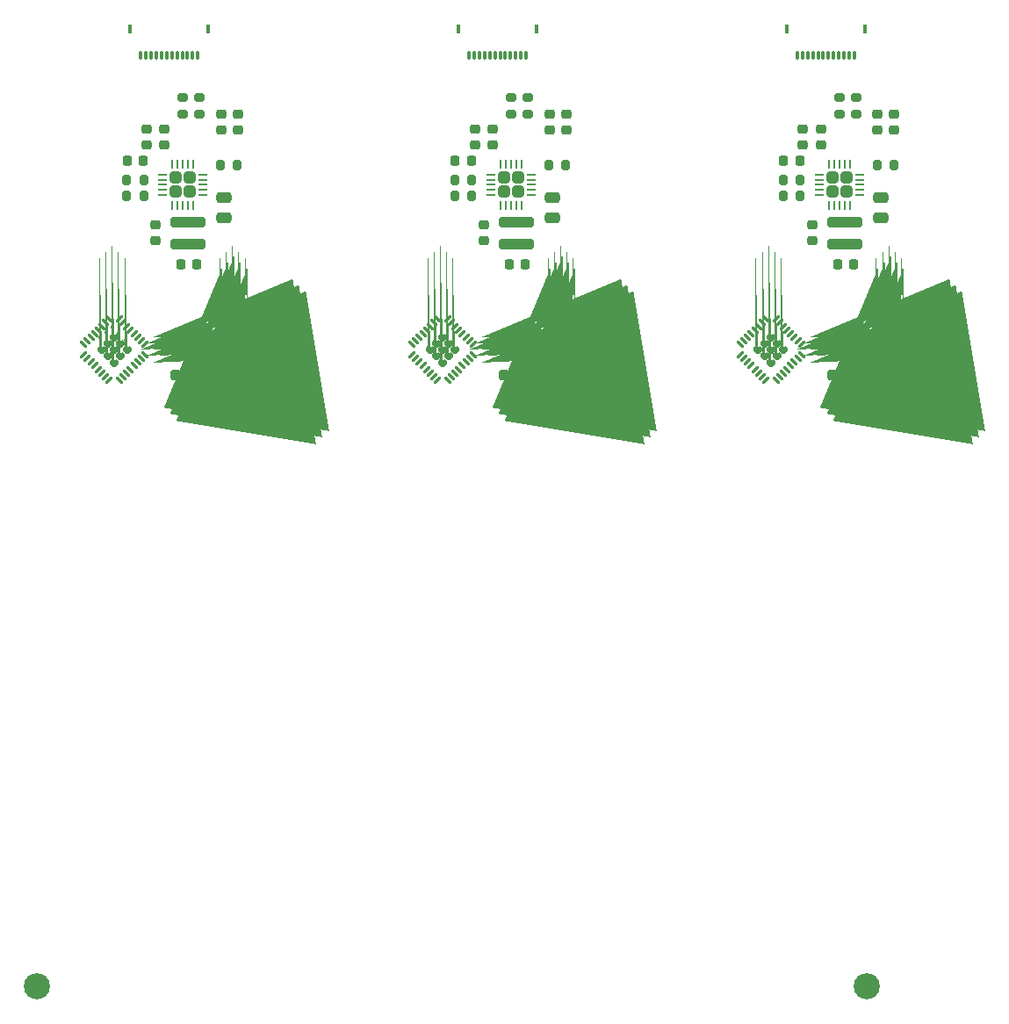
<source format=gbr>
%TF.GenerationSoftware,KiCad,Pcbnew,7.0.5*%
%TF.CreationDate,2023-08-02T13:00:21+02:00*%
%TF.ProjectId,actuator_panel,61637475-6174-46f7-925f-70616e656c2e,rev?*%
%TF.SameCoordinates,Original*%
%TF.FileFunction,Paste,Top*%
%TF.FilePolarity,Positive*%
%FSLAX46Y46*%
G04 Gerber Fmt 4.6, Leading zero omitted, Abs format (unit mm)*
G04 Created by KiCad (PCBNEW 7.0.5) date 2023-08-02 13:00:21*
%MOMM*%
%LPD*%
G01*
G04 APERTURE LIST*
G04 Aperture macros list*
%AMRoundRect*
0 Rectangle with rounded corners*
0 $1 Rounding radius*
0 $2 $3 $4 $5 $6 $7 $8 $9 X,Y pos of 4 corners*
0 Add a 4 corners polygon primitive as box body*
4,1,4,$2,$3,$4,$5,$6,$7,$8,$9,$2,$3,0*
0 Add four circle primitives for the rounded corners*
1,1,$1+$1,$2,$3*
1,1,$1+$1,$4,$5*
1,1,$1+$1,$6,$7*
1,1,$1+$1,$8,$9*
0 Add four rect primitives between the rounded corners*
20,1,$1+$1,$2,$3,$4,$5,0*
20,1,$1+$1,$4,$5,$6,$7,0*
20,1,$1+$1,$6,$7,$8,$9,0*
20,1,$1+$1,$8,$9,$2,$3,0*%
%AMFreePoly0*
4,1,57,0.170010,0.379889,0.174629,0.380220,0.177101,0.378870,0.183556,0.377942,0.210425,0.360674,0.238454,0.345370,0.345370,0.238454,0.359181,0.220003,0.362682,0.216970,0.363476,0.214266,0.367383,0.209048,0.374171,0.177841,0.383170,0.147196,0.383170,-0.147196,0.379889,-0.170010,0.380220,-0.174629,0.378870,-0.177101,0.377942,-0.183556,0.360674,-0.210425,0.345370,-0.238454,
0.238454,-0.345370,0.220003,-0.359181,0.216970,-0.362682,0.214266,-0.363476,0.209048,-0.367383,0.177841,-0.374171,0.147196,-0.383170,-0.147196,-0.383170,-0.170010,-0.379889,-0.174629,-0.380220,-0.177101,-0.378870,-0.183556,-0.377942,-0.210425,-0.360674,-0.238454,-0.345370,-0.345370,-0.238454,-0.359181,-0.220003,-0.362682,-0.216970,-0.363476,-0.214266,-0.367383,-0.209048,-0.374171,-0.177841,
-0.383170,-0.147196,-0.383170,0.147196,-0.379889,0.170010,-0.380220,0.174629,-0.378870,0.177101,-0.377942,0.183556,-0.360674,0.210425,-0.345370,0.238454,-0.238454,0.345370,-0.220003,0.359181,-0.216970,0.362682,-0.214266,0.363476,-0.209048,0.367383,-0.177841,0.374171,-0.147196,0.383170,0.147196,0.383170,0.170010,0.379889,0.170010,0.379889,$1*%
G04 Aperture macros list end*
%ADD10RoundRect,0.200000X-0.200000X-0.275000X0.200000X-0.275000X0.200000X0.275000X-0.200000X0.275000X0*%
%ADD11RoundRect,0.250000X-0.315000X-0.315000X0.315000X-0.315000X0.315000X0.315000X-0.315000X0.315000X0*%
%ADD12RoundRect,0.062500X-0.350000X-0.062500X0.350000X-0.062500X0.350000X0.062500X-0.350000X0.062500X0*%
%ADD13RoundRect,0.062500X-0.062500X-0.350000X0.062500X-0.350000X0.062500X0.350000X-0.062500X0.350000X0*%
%ADD14RoundRect,0.200000X-0.275000X0.200000X-0.275000X-0.200000X0.275000X-0.200000X0.275000X0.200000X0*%
%ADD15RoundRect,0.250000X-1.450000X0.250000X-1.450000X-0.250000X1.450000X-0.250000X1.450000X0.250000X0*%
%ADD16RoundRect,0.225000X0.250000X-0.225000X0.250000X0.225000X-0.250000X0.225000X-0.250000X-0.225000X0*%
%ADD17FreePoly0,45.000000*%
%ADD18RoundRect,0.062500X-0.220971X-0.309359X0.309359X0.220971X0.220971X0.309359X-0.309359X-0.220971X0*%
%ADD19RoundRect,0.062500X0.220971X-0.309359X0.309359X-0.220971X-0.220971X0.309359X-0.309359X0.220971X0*%
%ADD20RoundRect,0.100000X0.100000X0.300000X-0.100000X0.300000X-0.100000X-0.300000X0.100000X-0.300000X0*%
%ADD21RoundRect,0.025000X0.075000X0.325000X-0.075000X0.325000X-0.075000X-0.325000X0.075000X-0.325000X0*%
%ADD22RoundRect,0.075000X0.125000X0.375000X-0.125000X0.375000X-0.125000X-0.375000X0.125000X-0.375000X0*%
%ADD23RoundRect,0.195000X0.300000X-0.300000X0.300000X0.300000X-0.300000X0.300000X-0.300000X-0.300000X0*%
%ADD24RoundRect,0.200000X0.275000X-0.200000X0.275000X0.200000X-0.275000X0.200000X-0.275000X-0.200000X0*%
%ADD25RoundRect,0.225000X-0.225000X-0.250000X0.225000X-0.250000X0.225000X0.250000X-0.225000X0.250000X0*%
%ADD26RoundRect,0.250000X-0.475000X0.250000X-0.475000X-0.250000X0.475000X-0.250000X0.475000X0.250000X0*%
%ADD27FreePoly0,135.000000*%
%ADD28RoundRect,0.062500X0.309359X-0.220971X-0.220971X0.309359X-0.309359X0.220971X0.220971X-0.309359X0*%
%ADD29RoundRect,0.062500X0.309359X0.220971X0.220971X0.309359X-0.309359X-0.220971X-0.220971X-0.309359X0*%
%ADD30RoundRect,0.225000X0.225000X0.250000X-0.225000X0.250000X-0.225000X-0.250000X0.225000X-0.250000X0*%
%ADD31C,2.510000*%
G04 APERTURE END LIST*
D10*
%TO.C,R3*%
X152850000Y-43300000D03*
X154500000Y-43300000D03*
%TD*%
%TO.C,R2*%
X143800000Y-44700000D03*
X145450000Y-44700000D03*
%TD*%
D11*
%TO.C,U3*%
X180200000Y-44525000D03*
X180200000Y-45875000D03*
X181550000Y-44525000D03*
X181550000Y-45875000D03*
D12*
X178912500Y-44200000D03*
X178912500Y-44700000D03*
X178912500Y-45200000D03*
X178912500Y-45700000D03*
X178912500Y-46200000D03*
D13*
X179875000Y-47162500D03*
X180375000Y-47162500D03*
X180875000Y-47162500D03*
X181375000Y-47162500D03*
X181875000Y-47162500D03*
D12*
X182837500Y-46200000D03*
X182837500Y-45700000D03*
X182837500Y-45200000D03*
X182837500Y-44700000D03*
X182837500Y-44200000D03*
D13*
X181875000Y-43237500D03*
X181375000Y-43237500D03*
X180875000Y-43237500D03*
X180375000Y-43237500D03*
X179875000Y-43237500D03*
%TD*%
D10*
%TO.C,R2*%
X112150000Y-44700000D03*
X113800000Y-44700000D03*
%TD*%
D14*
%TO.C,R4*%
X180875000Y-36775000D03*
X180875000Y-38425000D03*
%TD*%
%TO.C,R4*%
X117575000Y-36775000D03*
X117575000Y-38425000D03*
%TD*%
D10*
%TO.C,R2*%
X175450000Y-44700000D03*
X177100000Y-44700000D03*
%TD*%
%TO.C,R3*%
X121200000Y-43300000D03*
X122850000Y-43300000D03*
%TD*%
D15*
%TO.C,L1*%
X149725000Y-48800000D03*
X149725000Y-50900000D03*
%TD*%
D16*
%TO.C,C2*%
X114075000Y-41375000D03*
X114075000Y-39825000D03*
%TD*%
D15*
%TO.C,L1*%
X181375000Y-48800000D03*
X181375000Y-50900000D03*
%TD*%
D17*
%TO.C,U1*%
X173049348Y-61100000D03*
X173662174Y-61712826D03*
X174275000Y-62325652D03*
X173662174Y-60487174D03*
X174275000Y-61100000D03*
X174887826Y-61712826D03*
X174275000Y-59874348D03*
X174887826Y-60487174D03*
X175500652Y-61100000D03*
D18*
X171313990Y-61586136D03*
X171667544Y-61939689D03*
X172021097Y-62293243D03*
X172374651Y-62646796D03*
X172728204Y-63000349D03*
X173081757Y-63353903D03*
X173435311Y-63707456D03*
X173788864Y-64061010D03*
D19*
X174761136Y-64061010D03*
X175114689Y-63707456D03*
X175468243Y-63353903D03*
X175821796Y-63000349D03*
X176175349Y-62646796D03*
X176528903Y-62293243D03*
X176882456Y-61939689D03*
X177236010Y-61586136D03*
D18*
X177236010Y-60613864D03*
X176882456Y-60260311D03*
X176528903Y-59906757D03*
X176175349Y-59553204D03*
X175821796Y-59199651D03*
X175468243Y-58846097D03*
X175114689Y-58492544D03*
X174761136Y-58138990D03*
D19*
X173788864Y-58138990D03*
X173435311Y-58492544D03*
X173081757Y-58846097D03*
X172728204Y-59199651D03*
X172374651Y-59553204D03*
X172021097Y-59906757D03*
X171667544Y-60260311D03*
X171313990Y-60613864D03*
%TD*%
D20*
%TO.C,J1*%
X182325000Y-32700000D03*
X181825000Y-32700000D03*
X181325000Y-32700000D03*
X180825000Y-32700000D03*
X180325000Y-32700000D03*
X179825000Y-32700000D03*
X179325000Y-32700000D03*
X178825000Y-32700000D03*
X178325000Y-32700000D03*
X177825000Y-32700000D03*
X177325000Y-32700000D03*
X176825000Y-32700000D03*
D21*
X176825000Y-32700000D03*
X177325000Y-32700000D03*
X177825000Y-32700000D03*
X178325000Y-32700000D03*
X178825000Y-32700000D03*
X179325000Y-32700000D03*
X179825000Y-32700000D03*
X180325000Y-32700000D03*
X180825000Y-32700000D03*
X181325000Y-32700000D03*
X181825000Y-32700000D03*
D22*
X183325000Y-30200000D03*
X175825000Y-30200000D03*
%TD*%
D23*
%TO.C,D1*%
X148525000Y-63500000D03*
X148525000Y-60700000D03*
%TD*%
D10*
%TO.C,R1*%
X112150000Y-46300000D03*
X113800000Y-46300000D03*
%TD*%
D24*
%TO.C,R5*%
X119175000Y-38425000D03*
X119175000Y-36775000D03*
%TD*%
D25*
%TO.C,C8*%
X149050000Y-52900000D03*
X150600000Y-52900000D03*
%TD*%
D20*
%TO.C,J1*%
X150675000Y-32700000D03*
X150175000Y-32700000D03*
X149675000Y-32700000D03*
X149175000Y-32700000D03*
X148675000Y-32700000D03*
X148175000Y-32700000D03*
X147675000Y-32700000D03*
X147175000Y-32700000D03*
X146675000Y-32700000D03*
X146175000Y-32700000D03*
X145675000Y-32700000D03*
X145175000Y-32700000D03*
D21*
X145175000Y-32700000D03*
X145675000Y-32700000D03*
X146175000Y-32700000D03*
X146675000Y-32700000D03*
X147175000Y-32700000D03*
X147675000Y-32700000D03*
X148175000Y-32700000D03*
X148675000Y-32700000D03*
X149175000Y-32700000D03*
X149675000Y-32700000D03*
X150175000Y-32700000D03*
D22*
X151675000Y-30200000D03*
X144175000Y-30200000D03*
%TD*%
D26*
%TO.C,C4*%
X184875000Y-46450000D03*
X184875000Y-48350000D03*
%TD*%
D16*
%TO.C,C2*%
X177375000Y-41375000D03*
X177375000Y-39825000D03*
%TD*%
D27*
%TO.C,U2*%
X185875000Y-62325652D03*
X186487826Y-61712826D03*
X187100652Y-61100000D03*
X185262174Y-61712826D03*
X185875000Y-61100000D03*
X186487826Y-60487174D03*
X184649348Y-61100000D03*
X185262174Y-60487174D03*
X185875000Y-59874348D03*
D28*
X186361136Y-64061010D03*
X186714689Y-63707456D03*
X187068243Y-63353903D03*
X187421796Y-63000349D03*
X187775349Y-62646796D03*
X188128903Y-62293243D03*
X188482456Y-61939689D03*
X188836010Y-61586136D03*
D29*
X188836010Y-60613864D03*
X188482456Y-60260311D03*
X188128903Y-59906757D03*
X187775349Y-59553204D03*
X187421796Y-59199651D03*
X187068243Y-58846097D03*
X186714689Y-58492544D03*
X186361136Y-58138990D03*
D28*
X185388864Y-58138990D03*
X185035311Y-58492544D03*
X184681757Y-58846097D03*
X184328204Y-59199651D03*
X183974651Y-59553204D03*
X183621097Y-59906757D03*
X183267544Y-60260311D03*
X182913990Y-60613864D03*
D29*
X182913990Y-61586136D03*
X183267544Y-61939689D03*
X183621097Y-62293243D03*
X183974651Y-62646796D03*
X184328204Y-63000349D03*
X184681757Y-63353903D03*
X185035311Y-63707456D03*
X185388864Y-64061010D03*
%TD*%
D16*
%TO.C,C6*%
X121275000Y-39925000D03*
X121275000Y-38375000D03*
%TD*%
%TO.C,C2*%
X145725000Y-41375000D03*
X145725000Y-39825000D03*
%TD*%
D11*
%TO.C,U3*%
X116900000Y-44525000D03*
X116900000Y-45875000D03*
X118250000Y-44525000D03*
X118250000Y-45875000D03*
D12*
X115612500Y-44200000D03*
X115612500Y-44700000D03*
X115612500Y-45200000D03*
X115612500Y-45700000D03*
X115612500Y-46200000D03*
D13*
X116575000Y-47162500D03*
X117075000Y-47162500D03*
X117575000Y-47162500D03*
X118075000Y-47162500D03*
X118575000Y-47162500D03*
D12*
X119537500Y-46200000D03*
X119537500Y-45700000D03*
X119537500Y-45200000D03*
X119537500Y-44700000D03*
X119537500Y-44200000D03*
D13*
X118575000Y-43237500D03*
X118075000Y-43237500D03*
X117575000Y-43237500D03*
X117075000Y-43237500D03*
X116575000Y-43237500D03*
%TD*%
D11*
%TO.C,U3*%
X148550000Y-44525000D03*
X148550000Y-45875000D03*
X149900000Y-44525000D03*
X149900000Y-45875000D03*
D12*
X147262500Y-44200000D03*
X147262500Y-44700000D03*
X147262500Y-45200000D03*
X147262500Y-45700000D03*
X147262500Y-46200000D03*
D13*
X148225000Y-47162500D03*
X148725000Y-47162500D03*
X149225000Y-47162500D03*
X149725000Y-47162500D03*
X150225000Y-47162500D03*
D12*
X151187500Y-46200000D03*
X151187500Y-45700000D03*
X151187500Y-45200000D03*
X151187500Y-44700000D03*
X151187500Y-44200000D03*
D13*
X150225000Y-43237500D03*
X149725000Y-43237500D03*
X149225000Y-43237500D03*
X148725000Y-43237500D03*
X148225000Y-43237500D03*
%TD*%
D23*
%TO.C,D1*%
X180175000Y-63500000D03*
X180175000Y-60700000D03*
%TD*%
D30*
%TO.C,C1*%
X145400000Y-42900000D03*
X143850000Y-42900000D03*
%TD*%
D16*
%TO.C,C7*%
X122875000Y-39925000D03*
X122875000Y-38375000D03*
%TD*%
D27*
%TO.C,U2*%
X122575000Y-62325652D03*
X123187826Y-61712826D03*
X123800652Y-61100000D03*
X121962174Y-61712826D03*
X122575000Y-61100000D03*
X123187826Y-60487174D03*
X121349348Y-61100000D03*
X121962174Y-60487174D03*
X122575000Y-59874348D03*
D28*
X123061136Y-64061010D03*
X123414689Y-63707456D03*
X123768243Y-63353903D03*
X124121796Y-63000349D03*
X124475349Y-62646796D03*
X124828903Y-62293243D03*
X125182456Y-61939689D03*
X125536010Y-61586136D03*
D29*
X125536010Y-60613864D03*
X125182456Y-60260311D03*
X124828903Y-59906757D03*
X124475349Y-59553204D03*
X124121796Y-59199651D03*
X123768243Y-58846097D03*
X123414689Y-58492544D03*
X123061136Y-58138990D03*
D28*
X122088864Y-58138990D03*
X121735311Y-58492544D03*
X121381757Y-58846097D03*
X121028204Y-59199651D03*
X120674651Y-59553204D03*
X120321097Y-59906757D03*
X119967544Y-60260311D03*
X119613990Y-60613864D03*
D29*
X119613990Y-61586136D03*
X119967544Y-61939689D03*
X120321097Y-62293243D03*
X120674651Y-62646796D03*
X121028204Y-63000349D03*
X121381757Y-63353903D03*
X121735311Y-63707456D03*
X122088864Y-64061010D03*
%TD*%
D23*
%TO.C,D1*%
X116875000Y-63500000D03*
X116875000Y-60700000D03*
%TD*%
D10*
%TO.C,R1*%
X143800000Y-46300000D03*
X145450000Y-46300000D03*
%TD*%
%TO.C,R1*%
X175450000Y-46300000D03*
X177100000Y-46300000D03*
%TD*%
D20*
%TO.C,J1*%
X119025000Y-32700000D03*
X118525000Y-32700000D03*
X118025000Y-32700000D03*
X117525000Y-32700000D03*
X117025000Y-32700000D03*
X116525000Y-32700000D03*
X116025000Y-32700000D03*
X115525000Y-32700000D03*
X115025000Y-32700000D03*
X114525000Y-32700000D03*
X114025000Y-32700000D03*
X113525000Y-32700000D03*
D21*
X113525000Y-32700000D03*
X114025000Y-32700000D03*
X114525000Y-32700000D03*
X115025000Y-32700000D03*
X115525000Y-32700000D03*
X116025000Y-32700000D03*
X116525000Y-32700000D03*
X117025000Y-32700000D03*
X117525000Y-32700000D03*
X118025000Y-32700000D03*
X118525000Y-32700000D03*
D22*
X120025000Y-30200000D03*
X112525000Y-30200000D03*
%TD*%
D16*
%TO.C,C6*%
X184575000Y-39925000D03*
X184575000Y-38375000D03*
%TD*%
D31*
%TO.C,REF\u002A\u002A*%
X183525000Y-122500000D03*
%TD*%
D17*
%TO.C,U1*%
X109749348Y-61100000D03*
X110362174Y-61712826D03*
X110975000Y-62325652D03*
X110362174Y-60487174D03*
X110975000Y-61100000D03*
X111587826Y-61712826D03*
X110975000Y-59874348D03*
X111587826Y-60487174D03*
X112200652Y-61100000D03*
D18*
X108013990Y-61586136D03*
X108367544Y-61939689D03*
X108721097Y-62293243D03*
X109074651Y-62646796D03*
X109428204Y-63000349D03*
X109781757Y-63353903D03*
X110135311Y-63707456D03*
X110488864Y-64061010D03*
D19*
X111461136Y-64061010D03*
X111814689Y-63707456D03*
X112168243Y-63353903D03*
X112521796Y-63000349D03*
X112875349Y-62646796D03*
X113228903Y-62293243D03*
X113582456Y-61939689D03*
X113936010Y-61586136D03*
D18*
X113936010Y-60613864D03*
X113582456Y-60260311D03*
X113228903Y-59906757D03*
X112875349Y-59553204D03*
X112521796Y-59199651D03*
X112168243Y-58846097D03*
X111814689Y-58492544D03*
X111461136Y-58138990D03*
D19*
X110488864Y-58138990D03*
X110135311Y-58492544D03*
X109781757Y-58846097D03*
X109428204Y-59199651D03*
X109074651Y-59553204D03*
X108721097Y-59906757D03*
X108367544Y-60260311D03*
X108013990Y-60613864D03*
%TD*%
D24*
%TO.C,R5*%
X150825000Y-38425000D03*
X150825000Y-36775000D03*
%TD*%
D14*
%TO.C,R4*%
X149225000Y-36775000D03*
X149225000Y-38425000D03*
%TD*%
D17*
%TO.C,U1*%
X141399348Y-61100000D03*
X142012174Y-61712826D03*
X142625000Y-62325652D03*
X142012174Y-60487174D03*
X142625000Y-61100000D03*
X143237826Y-61712826D03*
X142625000Y-59874348D03*
X143237826Y-60487174D03*
X143850652Y-61100000D03*
D18*
X139663990Y-61586136D03*
X140017544Y-61939689D03*
X140371097Y-62293243D03*
X140724651Y-62646796D03*
X141078204Y-63000349D03*
X141431757Y-63353903D03*
X141785311Y-63707456D03*
X142138864Y-64061010D03*
D19*
X143111136Y-64061010D03*
X143464689Y-63707456D03*
X143818243Y-63353903D03*
X144171796Y-63000349D03*
X144525349Y-62646796D03*
X144878903Y-62293243D03*
X145232456Y-61939689D03*
X145586010Y-61586136D03*
D18*
X145586010Y-60613864D03*
X145232456Y-60260311D03*
X144878903Y-59906757D03*
X144525349Y-59553204D03*
X144171796Y-59199651D03*
X143818243Y-58846097D03*
X143464689Y-58492544D03*
X143111136Y-58138990D03*
D19*
X142138864Y-58138990D03*
X141785311Y-58492544D03*
X141431757Y-58846097D03*
X141078204Y-59199651D03*
X140724651Y-59553204D03*
X140371097Y-59906757D03*
X140017544Y-60260311D03*
X139663990Y-60613864D03*
%TD*%
D16*
%TO.C,C3*%
X147425000Y-41375000D03*
X147425000Y-39825000D03*
%TD*%
D30*
%TO.C,C1*%
X177050000Y-42900000D03*
X175500000Y-42900000D03*
%TD*%
D16*
%TO.C,C5*%
X146625000Y-50575000D03*
X146625000Y-49025000D03*
%TD*%
%TO.C,C7*%
X154525000Y-39925000D03*
X154525000Y-38375000D03*
%TD*%
D26*
%TO.C,C4*%
X121575000Y-46450000D03*
X121575000Y-48350000D03*
%TD*%
D25*
%TO.C,C8*%
X180700000Y-52900000D03*
X182250000Y-52900000D03*
%TD*%
D10*
%TO.C,R3*%
X184500000Y-43300000D03*
X186150000Y-43300000D03*
%TD*%
D26*
%TO.C,C4*%
X153225000Y-46450000D03*
X153225000Y-48350000D03*
%TD*%
D30*
%TO.C,C1*%
X113750000Y-42900000D03*
X112200000Y-42900000D03*
%TD*%
D16*
%TO.C,C6*%
X152925000Y-39925000D03*
X152925000Y-38375000D03*
%TD*%
%TO.C,C5*%
X114975000Y-50575000D03*
X114975000Y-49025000D03*
%TD*%
%TO.C,C5*%
X178275000Y-50575000D03*
X178275000Y-49025000D03*
%TD*%
D25*
%TO.C,C8*%
X117400000Y-52900000D03*
X118950000Y-52900000D03*
%TD*%
D24*
%TO.C,R5*%
X182475000Y-38425000D03*
X182475000Y-36775000D03*
%TD*%
D16*
%TO.C,C3*%
X179075000Y-41375000D03*
X179075000Y-39825000D03*
%TD*%
D15*
%TO.C,L1*%
X118075000Y-48800000D03*
X118075000Y-50900000D03*
%TD*%
D16*
%TO.C,C3*%
X115775000Y-41375000D03*
X115775000Y-39825000D03*
%TD*%
D27*
%TO.C,U2*%
X154225000Y-62325652D03*
X154837826Y-61712826D03*
X155450652Y-61100000D03*
X153612174Y-61712826D03*
X154225000Y-61100000D03*
X154837826Y-60487174D03*
X152999348Y-61100000D03*
X153612174Y-60487174D03*
X154225000Y-59874348D03*
D28*
X154711136Y-64061010D03*
X155064689Y-63707456D03*
X155418243Y-63353903D03*
X155771796Y-63000349D03*
X156125349Y-62646796D03*
X156478903Y-62293243D03*
X156832456Y-61939689D03*
X157186010Y-61586136D03*
D29*
X157186010Y-60613864D03*
X156832456Y-60260311D03*
X156478903Y-59906757D03*
X156125349Y-59553204D03*
X155771796Y-59199651D03*
X155418243Y-58846097D03*
X155064689Y-58492544D03*
X154711136Y-58138990D03*
D28*
X153738864Y-58138990D03*
X153385311Y-58492544D03*
X153031757Y-58846097D03*
X152678204Y-59199651D03*
X152324651Y-59553204D03*
X151971097Y-59906757D03*
X151617544Y-60260311D03*
X151263990Y-60613864D03*
D29*
X151263990Y-61586136D03*
X151617544Y-61939689D03*
X151971097Y-62293243D03*
X152324651Y-62646796D03*
X152678204Y-63000349D03*
X153031757Y-63353903D03*
X153385311Y-63707456D03*
X153738864Y-64061010D03*
%TD*%
D31*
%TO.C,REF\u002A\u002A*%
X103525000Y-122500000D03*
%TD*%
D16*
%TO.C,C7*%
X186175000Y-39925000D03*
X186175000Y-38375000D03*
%TD*%
M02*

</source>
